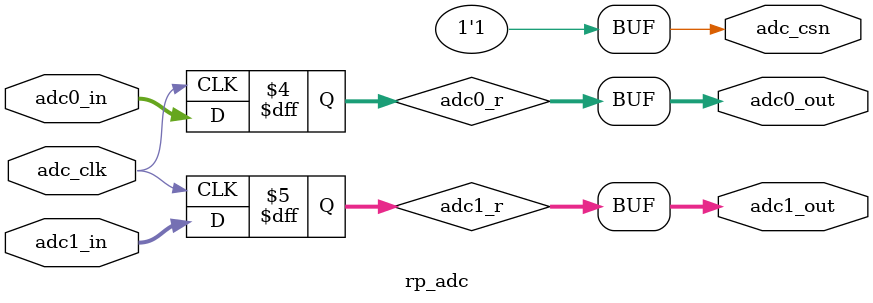
<source format=v>


module rp_adc #(
    parameter ADC_BITWIDTH = 14
) (
    input wire adc_clk,
    input wire [ADC_BITWIDTH-1:0] adc0_in,
    input wire [ADC_BITWIDTH-1:0] adc1_in,

    output wire [ADC_BITWIDTH-1:0] adc0_out,
    output wire [ADC_BITWIDTH-1:0] adc1_out,
    
    output wire adc_csn
);
reg [ADC_BITWIDTH-1:0] adc0_r=0, adc1_r=0;

assign adc0_out = adc0_r;
assign adc1_out = adc1_r;

always@(posedge adc_clk)begin
    adc0_r <= adc0_in;
    adc1_r <= adc1_in;
end

assign adc_csn = 1'b1;
endmodule

</source>
